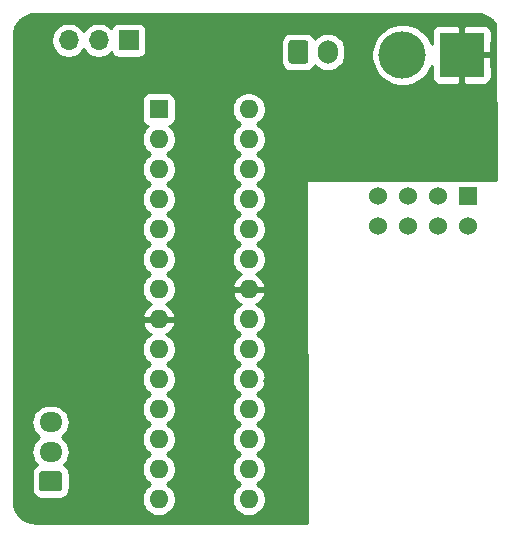
<source format=gbr>
G04 #@! TF.GenerationSoftware,KiCad,Pcbnew,5.1.6-c6e7f7d~87~ubuntu20.04.1*
G04 #@! TF.CreationDate,2020-10-16T00:20:04+02:00*
G04 #@! TF.ProjectId,soil_humidity_module,736f696c-5f68-4756-9d69-646974795f6d,rev?*
G04 #@! TF.SameCoordinates,Original*
G04 #@! TF.FileFunction,Copper,L4,Bot*
G04 #@! TF.FilePolarity,Positive*
%FSLAX46Y46*%
G04 Gerber Fmt 4.6, Leading zero omitted, Abs format (unit mm)*
G04 Created by KiCad (PCBNEW 5.1.6-c6e7f7d~87~ubuntu20.04.1) date 2020-10-16 00:20:04*
%MOMM*%
%LPD*%
G01*
G04 APERTURE LIST*
G04 #@! TA.AperFunction,ComponentPad*
%ADD10R,3.800000X3.800000*%
G04 #@! TD*
G04 #@! TA.AperFunction,ComponentPad*
%ADD11C,4.000000*%
G04 #@! TD*
G04 #@! TA.AperFunction,ComponentPad*
%ADD12O,1.950000X1.700000*%
G04 #@! TD*
G04 #@! TA.AperFunction,ComponentPad*
%ADD13O,1.700000X2.000000*%
G04 #@! TD*
G04 #@! TA.AperFunction,ComponentPad*
%ADD14R,1.700000X1.700000*%
G04 #@! TD*
G04 #@! TA.AperFunction,ComponentPad*
%ADD15O,1.700000X1.700000*%
G04 #@! TD*
G04 #@! TA.AperFunction,ComponentPad*
%ADD16C,1.524000*%
G04 #@! TD*
G04 #@! TA.AperFunction,ComponentPad*
%ADD17R,1.524000X1.524000*%
G04 #@! TD*
G04 #@! TA.AperFunction,ComponentPad*
%ADD18R,1.600000X1.600000*%
G04 #@! TD*
G04 #@! TA.AperFunction,ComponentPad*
%ADD19O,1.600000X1.600000*%
G04 #@! TD*
G04 #@! TA.AperFunction,ViaPad*
%ADD20C,0.800000*%
G04 #@! TD*
G04 #@! TA.AperFunction,Conductor*
%ADD21C,0.254000*%
G04 #@! TD*
G04 APERTURE END LIST*
D10*
X171450000Y-88595200D03*
D11*
X166450000Y-88595200D03*
D12*
X136652000Y-119714000D03*
X136652000Y-122214000D03*
G04 #@! TA.AperFunction,ComponentPad*
G36*
G01*
X137377000Y-125564000D02*
X135927000Y-125564000D01*
G75*
G02*
X135677000Y-125314000I0J250000D01*
G01*
X135677000Y-124114000D01*
G75*
G02*
X135927000Y-123864000I250000J0D01*
G01*
X137377000Y-123864000D01*
G75*
G02*
X137627000Y-124114000I0J-250000D01*
G01*
X137627000Y-125314000D01*
G75*
G02*
X137377000Y-125564000I-250000J0D01*
G01*
G37*
G04 #@! TD.AperFunction*
D13*
X160132400Y-88366600D03*
G04 #@! TA.AperFunction,ComponentPad*
G36*
G01*
X156782400Y-89116600D02*
X156782400Y-87616600D01*
G75*
G02*
X157032400Y-87366600I250000J0D01*
G01*
X158232400Y-87366600D01*
G75*
G02*
X158482400Y-87616600I0J-250000D01*
G01*
X158482400Y-89116600D01*
G75*
G02*
X158232400Y-89366600I-250000J0D01*
G01*
X157032400Y-89366600D01*
G75*
G02*
X156782400Y-89116600I0J250000D01*
G01*
G37*
G04 #@! TD.AperFunction*
D14*
X143256000Y-87376000D03*
D15*
X140716000Y-87376000D03*
X138176000Y-87376000D03*
D16*
X164338000Y-103124000D03*
X164338000Y-100584000D03*
X166878000Y-103124000D03*
X166878000Y-100584000D03*
X169418000Y-103124000D03*
X169418000Y-100584000D03*
X171958000Y-103124000D03*
D17*
X171958000Y-100584000D03*
D18*
X145796000Y-93218000D03*
D19*
X153416000Y-126238000D03*
X145796000Y-95758000D03*
X153416000Y-123698000D03*
X145796000Y-98298000D03*
X153416000Y-121158000D03*
X145796000Y-100838000D03*
X153416000Y-118618000D03*
X145796000Y-103378000D03*
X153416000Y-116078000D03*
X145796000Y-105918000D03*
X153416000Y-113538000D03*
X145796000Y-108458000D03*
X153416000Y-110998000D03*
X145796000Y-110998000D03*
X153416000Y-108458000D03*
X145796000Y-113538000D03*
X153416000Y-105918000D03*
X145796000Y-116078000D03*
X153416000Y-103378000D03*
X145796000Y-118618000D03*
X153416000Y-100838000D03*
X145796000Y-121158000D03*
X153416000Y-98298000D03*
X145796000Y-123698000D03*
X153416000Y-95758000D03*
X145796000Y-126238000D03*
X153416000Y-93218000D03*
D20*
X167538400Y-98628200D03*
X163068000Y-94005400D03*
X172237400Y-98425000D03*
X146812000Y-87630000D03*
X139700000Y-113538000D03*
X138049000Y-97155000D03*
X155067000Y-116205000D03*
X143256000Y-103886000D03*
X155194000Y-106553000D03*
X141325600Y-120243600D03*
X155981400Y-99237800D03*
D21*
G36*
X173079668Y-85178551D02*
G01*
X173425634Y-85283004D01*
X173744724Y-85452667D01*
X174024781Y-85681076D01*
X174255141Y-85959534D01*
X174261814Y-85971875D01*
X174370967Y-99056697D01*
X174371000Y-99064466D01*
X174371000Y-99204631D01*
X174356101Y-99196667D01*
X174332276Y-99189440D01*
X174307500Y-99187000D01*
X172751192Y-99187000D01*
X172720000Y-99183928D01*
X172243750Y-99187000D01*
X171672250Y-99187000D01*
X171196000Y-99183928D01*
X171164808Y-99187000D01*
X158432500Y-99187000D01*
X158407462Y-99189493D01*
X158383653Y-99196770D01*
X158361721Y-99208552D01*
X158342509Y-99224386D01*
X158326755Y-99243665D01*
X158315065Y-99265646D01*
X158307888Y-99289485D01*
X158305500Y-99314267D01*
X158366226Y-128220000D01*
X135415505Y-128220000D01*
X135022333Y-128181449D01*
X134676365Y-128076996D01*
X134357276Y-127907333D01*
X134077219Y-127678924D01*
X133846859Y-127400466D01*
X133674973Y-127082570D01*
X133568106Y-126737340D01*
X133527000Y-126346238D01*
X133527000Y-119714000D01*
X135034815Y-119714000D01*
X135063487Y-120005111D01*
X135148401Y-120285034D01*
X135286294Y-120543014D01*
X135471866Y-120769134D01*
X135697986Y-120954706D01*
X135715374Y-120964000D01*
X135697986Y-120973294D01*
X135471866Y-121158866D01*
X135286294Y-121384986D01*
X135148401Y-121642966D01*
X135063487Y-121922889D01*
X135034815Y-122214000D01*
X135063487Y-122505111D01*
X135148401Y-122785034D01*
X135286294Y-123043014D01*
X135471866Y-123269134D01*
X135535337Y-123321223D01*
X135433614Y-123375595D01*
X135299038Y-123486038D01*
X135188595Y-123620614D01*
X135106528Y-123774150D01*
X135055992Y-123940746D01*
X135038928Y-124114000D01*
X135038928Y-125314000D01*
X135055992Y-125487254D01*
X135106528Y-125653850D01*
X135188595Y-125807386D01*
X135299038Y-125941962D01*
X135433614Y-126052405D01*
X135587150Y-126134472D01*
X135753746Y-126185008D01*
X135927000Y-126202072D01*
X137377000Y-126202072D01*
X137550254Y-126185008D01*
X137716850Y-126134472D01*
X137870386Y-126052405D01*
X138004962Y-125941962D01*
X138115405Y-125807386D01*
X138197472Y-125653850D01*
X138248008Y-125487254D01*
X138265072Y-125314000D01*
X138265072Y-124114000D01*
X138248008Y-123940746D01*
X138197472Y-123774150D01*
X138115405Y-123620614D01*
X138004962Y-123486038D01*
X137870386Y-123375595D01*
X137768663Y-123321223D01*
X137832134Y-123269134D01*
X138017706Y-123043014D01*
X138155599Y-122785034D01*
X138240513Y-122505111D01*
X138269185Y-122214000D01*
X138240513Y-121922889D01*
X138155599Y-121642966D01*
X138017706Y-121384986D01*
X137832134Y-121158866D01*
X137606014Y-120973294D01*
X137588626Y-120964000D01*
X137606014Y-120954706D01*
X137832134Y-120769134D01*
X138017706Y-120543014D01*
X138155599Y-120285034D01*
X138240513Y-120005111D01*
X138269185Y-119714000D01*
X138240513Y-119422889D01*
X138155599Y-119142966D01*
X138017706Y-118884986D01*
X137832134Y-118658866D01*
X137606014Y-118473294D01*
X137348034Y-118335401D01*
X137068111Y-118250487D01*
X136849950Y-118229000D01*
X136454050Y-118229000D01*
X136235889Y-118250487D01*
X135955966Y-118335401D01*
X135697986Y-118473294D01*
X135471866Y-118658866D01*
X135286294Y-118884986D01*
X135148401Y-119142966D01*
X135063487Y-119422889D01*
X135034815Y-119714000D01*
X133527000Y-119714000D01*
X133527000Y-113396665D01*
X144361000Y-113396665D01*
X144361000Y-113679335D01*
X144416147Y-113956574D01*
X144524320Y-114217727D01*
X144681363Y-114452759D01*
X144881241Y-114652637D01*
X145113759Y-114808000D01*
X144881241Y-114963363D01*
X144681363Y-115163241D01*
X144524320Y-115398273D01*
X144416147Y-115659426D01*
X144361000Y-115936665D01*
X144361000Y-116219335D01*
X144416147Y-116496574D01*
X144524320Y-116757727D01*
X144681363Y-116992759D01*
X144881241Y-117192637D01*
X145113759Y-117348000D01*
X144881241Y-117503363D01*
X144681363Y-117703241D01*
X144524320Y-117938273D01*
X144416147Y-118199426D01*
X144361000Y-118476665D01*
X144361000Y-118759335D01*
X144416147Y-119036574D01*
X144524320Y-119297727D01*
X144681363Y-119532759D01*
X144881241Y-119732637D01*
X145113759Y-119888000D01*
X144881241Y-120043363D01*
X144681363Y-120243241D01*
X144524320Y-120478273D01*
X144416147Y-120739426D01*
X144361000Y-121016665D01*
X144361000Y-121299335D01*
X144416147Y-121576574D01*
X144524320Y-121837727D01*
X144681363Y-122072759D01*
X144881241Y-122272637D01*
X145113759Y-122428000D01*
X144881241Y-122583363D01*
X144681363Y-122783241D01*
X144524320Y-123018273D01*
X144416147Y-123279426D01*
X144361000Y-123556665D01*
X144361000Y-123839335D01*
X144416147Y-124116574D01*
X144524320Y-124377727D01*
X144681363Y-124612759D01*
X144881241Y-124812637D01*
X145113759Y-124968000D01*
X144881241Y-125123363D01*
X144681363Y-125323241D01*
X144524320Y-125558273D01*
X144416147Y-125819426D01*
X144361000Y-126096665D01*
X144361000Y-126379335D01*
X144416147Y-126656574D01*
X144524320Y-126917727D01*
X144681363Y-127152759D01*
X144881241Y-127352637D01*
X145116273Y-127509680D01*
X145377426Y-127617853D01*
X145654665Y-127673000D01*
X145937335Y-127673000D01*
X146214574Y-127617853D01*
X146475727Y-127509680D01*
X146710759Y-127352637D01*
X146910637Y-127152759D01*
X147067680Y-126917727D01*
X147175853Y-126656574D01*
X147231000Y-126379335D01*
X147231000Y-126096665D01*
X147175853Y-125819426D01*
X147067680Y-125558273D01*
X146910637Y-125323241D01*
X146710759Y-125123363D01*
X146478241Y-124968000D01*
X146710759Y-124812637D01*
X146910637Y-124612759D01*
X147067680Y-124377727D01*
X147175853Y-124116574D01*
X147231000Y-123839335D01*
X147231000Y-123556665D01*
X147175853Y-123279426D01*
X147067680Y-123018273D01*
X146910637Y-122783241D01*
X146710759Y-122583363D01*
X146478241Y-122428000D01*
X146710759Y-122272637D01*
X146910637Y-122072759D01*
X147067680Y-121837727D01*
X147175853Y-121576574D01*
X147231000Y-121299335D01*
X147231000Y-121016665D01*
X147175853Y-120739426D01*
X147067680Y-120478273D01*
X146910637Y-120243241D01*
X146710759Y-120043363D01*
X146478241Y-119888000D01*
X146710759Y-119732637D01*
X146910637Y-119532759D01*
X147067680Y-119297727D01*
X147175853Y-119036574D01*
X147231000Y-118759335D01*
X147231000Y-118476665D01*
X147175853Y-118199426D01*
X147067680Y-117938273D01*
X146910637Y-117703241D01*
X146710759Y-117503363D01*
X146478241Y-117348000D01*
X146710759Y-117192637D01*
X146910637Y-116992759D01*
X147067680Y-116757727D01*
X147175853Y-116496574D01*
X147231000Y-116219335D01*
X147231000Y-115936665D01*
X147175853Y-115659426D01*
X147067680Y-115398273D01*
X146910637Y-115163241D01*
X146710759Y-114963363D01*
X146478241Y-114808000D01*
X146710759Y-114652637D01*
X146910637Y-114452759D01*
X147067680Y-114217727D01*
X147175853Y-113956574D01*
X147231000Y-113679335D01*
X147231000Y-113396665D01*
X147175853Y-113119426D01*
X147067680Y-112858273D01*
X146910637Y-112623241D01*
X146710759Y-112423363D01*
X146475727Y-112266320D01*
X146465135Y-112261933D01*
X146651131Y-112150385D01*
X146859519Y-111961414D01*
X147027037Y-111735420D01*
X147147246Y-111481087D01*
X147187904Y-111347039D01*
X147065915Y-111125000D01*
X145923000Y-111125000D01*
X145923000Y-111145000D01*
X145669000Y-111145000D01*
X145669000Y-111125000D01*
X144526085Y-111125000D01*
X144404096Y-111347039D01*
X144444754Y-111481087D01*
X144564963Y-111735420D01*
X144732481Y-111961414D01*
X144940869Y-112150385D01*
X145126865Y-112261933D01*
X145116273Y-112266320D01*
X144881241Y-112423363D01*
X144681363Y-112623241D01*
X144524320Y-112858273D01*
X144416147Y-113119426D01*
X144361000Y-113396665D01*
X133527000Y-113396665D01*
X133527000Y-92418000D01*
X144357928Y-92418000D01*
X144357928Y-94018000D01*
X144370188Y-94142482D01*
X144406498Y-94262180D01*
X144465463Y-94372494D01*
X144544815Y-94469185D01*
X144641506Y-94548537D01*
X144751820Y-94607502D01*
X144871518Y-94643812D01*
X144879961Y-94644643D01*
X144681363Y-94843241D01*
X144524320Y-95078273D01*
X144416147Y-95339426D01*
X144361000Y-95616665D01*
X144361000Y-95899335D01*
X144416147Y-96176574D01*
X144524320Y-96437727D01*
X144681363Y-96672759D01*
X144881241Y-96872637D01*
X145113759Y-97028000D01*
X144881241Y-97183363D01*
X144681363Y-97383241D01*
X144524320Y-97618273D01*
X144416147Y-97879426D01*
X144361000Y-98156665D01*
X144361000Y-98439335D01*
X144416147Y-98716574D01*
X144524320Y-98977727D01*
X144681363Y-99212759D01*
X144881241Y-99412637D01*
X145113759Y-99568000D01*
X144881241Y-99723363D01*
X144681363Y-99923241D01*
X144524320Y-100158273D01*
X144416147Y-100419426D01*
X144361000Y-100696665D01*
X144361000Y-100979335D01*
X144416147Y-101256574D01*
X144524320Y-101517727D01*
X144681363Y-101752759D01*
X144881241Y-101952637D01*
X145113759Y-102108000D01*
X144881241Y-102263363D01*
X144681363Y-102463241D01*
X144524320Y-102698273D01*
X144416147Y-102959426D01*
X144361000Y-103236665D01*
X144361000Y-103519335D01*
X144416147Y-103796574D01*
X144524320Y-104057727D01*
X144681363Y-104292759D01*
X144881241Y-104492637D01*
X145113759Y-104648000D01*
X144881241Y-104803363D01*
X144681363Y-105003241D01*
X144524320Y-105238273D01*
X144416147Y-105499426D01*
X144361000Y-105776665D01*
X144361000Y-106059335D01*
X144416147Y-106336574D01*
X144524320Y-106597727D01*
X144681363Y-106832759D01*
X144881241Y-107032637D01*
X145113759Y-107188000D01*
X144881241Y-107343363D01*
X144681363Y-107543241D01*
X144524320Y-107778273D01*
X144416147Y-108039426D01*
X144361000Y-108316665D01*
X144361000Y-108599335D01*
X144416147Y-108876574D01*
X144524320Y-109137727D01*
X144681363Y-109372759D01*
X144881241Y-109572637D01*
X145116273Y-109729680D01*
X145126865Y-109734067D01*
X144940869Y-109845615D01*
X144732481Y-110034586D01*
X144564963Y-110260580D01*
X144444754Y-110514913D01*
X144404096Y-110648961D01*
X144526085Y-110871000D01*
X145669000Y-110871000D01*
X145669000Y-110851000D01*
X145923000Y-110851000D01*
X145923000Y-110871000D01*
X147065915Y-110871000D01*
X147073790Y-110856665D01*
X151981000Y-110856665D01*
X151981000Y-111139335D01*
X152036147Y-111416574D01*
X152144320Y-111677727D01*
X152301363Y-111912759D01*
X152501241Y-112112637D01*
X152733759Y-112268000D01*
X152501241Y-112423363D01*
X152301363Y-112623241D01*
X152144320Y-112858273D01*
X152036147Y-113119426D01*
X151981000Y-113396665D01*
X151981000Y-113679335D01*
X152036147Y-113956574D01*
X152144320Y-114217727D01*
X152301363Y-114452759D01*
X152501241Y-114652637D01*
X152733759Y-114808000D01*
X152501241Y-114963363D01*
X152301363Y-115163241D01*
X152144320Y-115398273D01*
X152036147Y-115659426D01*
X151981000Y-115936665D01*
X151981000Y-116219335D01*
X152036147Y-116496574D01*
X152144320Y-116757727D01*
X152301363Y-116992759D01*
X152501241Y-117192637D01*
X152733759Y-117348000D01*
X152501241Y-117503363D01*
X152301363Y-117703241D01*
X152144320Y-117938273D01*
X152036147Y-118199426D01*
X151981000Y-118476665D01*
X151981000Y-118759335D01*
X152036147Y-119036574D01*
X152144320Y-119297727D01*
X152301363Y-119532759D01*
X152501241Y-119732637D01*
X152733759Y-119888000D01*
X152501241Y-120043363D01*
X152301363Y-120243241D01*
X152144320Y-120478273D01*
X152036147Y-120739426D01*
X151981000Y-121016665D01*
X151981000Y-121299335D01*
X152036147Y-121576574D01*
X152144320Y-121837727D01*
X152301363Y-122072759D01*
X152501241Y-122272637D01*
X152733759Y-122428000D01*
X152501241Y-122583363D01*
X152301363Y-122783241D01*
X152144320Y-123018273D01*
X152036147Y-123279426D01*
X151981000Y-123556665D01*
X151981000Y-123839335D01*
X152036147Y-124116574D01*
X152144320Y-124377727D01*
X152301363Y-124612759D01*
X152501241Y-124812637D01*
X152733759Y-124968000D01*
X152501241Y-125123363D01*
X152301363Y-125323241D01*
X152144320Y-125558273D01*
X152036147Y-125819426D01*
X151981000Y-126096665D01*
X151981000Y-126379335D01*
X152036147Y-126656574D01*
X152144320Y-126917727D01*
X152301363Y-127152759D01*
X152501241Y-127352637D01*
X152736273Y-127509680D01*
X152997426Y-127617853D01*
X153274665Y-127673000D01*
X153557335Y-127673000D01*
X153834574Y-127617853D01*
X154095727Y-127509680D01*
X154330759Y-127352637D01*
X154530637Y-127152759D01*
X154687680Y-126917727D01*
X154795853Y-126656574D01*
X154851000Y-126379335D01*
X154851000Y-126096665D01*
X154795853Y-125819426D01*
X154687680Y-125558273D01*
X154530637Y-125323241D01*
X154330759Y-125123363D01*
X154098241Y-124968000D01*
X154330759Y-124812637D01*
X154530637Y-124612759D01*
X154687680Y-124377727D01*
X154795853Y-124116574D01*
X154851000Y-123839335D01*
X154851000Y-123556665D01*
X154795853Y-123279426D01*
X154687680Y-123018273D01*
X154530637Y-122783241D01*
X154330759Y-122583363D01*
X154098241Y-122428000D01*
X154330759Y-122272637D01*
X154530637Y-122072759D01*
X154687680Y-121837727D01*
X154795853Y-121576574D01*
X154851000Y-121299335D01*
X154851000Y-121016665D01*
X154795853Y-120739426D01*
X154687680Y-120478273D01*
X154530637Y-120243241D01*
X154330759Y-120043363D01*
X154098241Y-119888000D01*
X154330759Y-119732637D01*
X154530637Y-119532759D01*
X154687680Y-119297727D01*
X154795853Y-119036574D01*
X154851000Y-118759335D01*
X154851000Y-118476665D01*
X154795853Y-118199426D01*
X154687680Y-117938273D01*
X154530637Y-117703241D01*
X154330759Y-117503363D01*
X154098241Y-117348000D01*
X154330759Y-117192637D01*
X154530637Y-116992759D01*
X154687680Y-116757727D01*
X154795853Y-116496574D01*
X154851000Y-116219335D01*
X154851000Y-115936665D01*
X154795853Y-115659426D01*
X154687680Y-115398273D01*
X154530637Y-115163241D01*
X154330759Y-114963363D01*
X154098241Y-114808000D01*
X154330759Y-114652637D01*
X154530637Y-114452759D01*
X154687680Y-114217727D01*
X154795853Y-113956574D01*
X154851000Y-113679335D01*
X154851000Y-113396665D01*
X154795853Y-113119426D01*
X154687680Y-112858273D01*
X154530637Y-112623241D01*
X154330759Y-112423363D01*
X154098241Y-112268000D01*
X154330759Y-112112637D01*
X154530637Y-111912759D01*
X154687680Y-111677727D01*
X154795853Y-111416574D01*
X154851000Y-111139335D01*
X154851000Y-110856665D01*
X154795853Y-110579426D01*
X154687680Y-110318273D01*
X154530637Y-110083241D01*
X154330759Y-109883363D01*
X154095727Y-109726320D01*
X154085135Y-109721933D01*
X154271131Y-109610385D01*
X154479519Y-109421414D01*
X154647037Y-109195420D01*
X154767246Y-108941087D01*
X154807904Y-108807039D01*
X154685915Y-108585000D01*
X153543000Y-108585000D01*
X153543000Y-108605000D01*
X153289000Y-108605000D01*
X153289000Y-108585000D01*
X152146085Y-108585000D01*
X152024096Y-108807039D01*
X152064754Y-108941087D01*
X152184963Y-109195420D01*
X152352481Y-109421414D01*
X152560869Y-109610385D01*
X152746865Y-109721933D01*
X152736273Y-109726320D01*
X152501241Y-109883363D01*
X152301363Y-110083241D01*
X152144320Y-110318273D01*
X152036147Y-110579426D01*
X151981000Y-110856665D01*
X147073790Y-110856665D01*
X147187904Y-110648961D01*
X147147246Y-110514913D01*
X147027037Y-110260580D01*
X146859519Y-110034586D01*
X146651131Y-109845615D01*
X146465135Y-109734067D01*
X146475727Y-109729680D01*
X146710759Y-109572637D01*
X146910637Y-109372759D01*
X147067680Y-109137727D01*
X147175853Y-108876574D01*
X147231000Y-108599335D01*
X147231000Y-108316665D01*
X147175853Y-108039426D01*
X147067680Y-107778273D01*
X146910637Y-107543241D01*
X146710759Y-107343363D01*
X146478241Y-107188000D01*
X146710759Y-107032637D01*
X146910637Y-106832759D01*
X147067680Y-106597727D01*
X147175853Y-106336574D01*
X147231000Y-106059335D01*
X147231000Y-105776665D01*
X147175853Y-105499426D01*
X147067680Y-105238273D01*
X146910637Y-105003241D01*
X146710759Y-104803363D01*
X146478241Y-104648000D01*
X146710759Y-104492637D01*
X146910637Y-104292759D01*
X147067680Y-104057727D01*
X147175853Y-103796574D01*
X147231000Y-103519335D01*
X147231000Y-103236665D01*
X147175853Y-102959426D01*
X147067680Y-102698273D01*
X146910637Y-102463241D01*
X146710759Y-102263363D01*
X146478241Y-102108000D01*
X146710759Y-101952637D01*
X146910637Y-101752759D01*
X147067680Y-101517727D01*
X147175853Y-101256574D01*
X147231000Y-100979335D01*
X147231000Y-100696665D01*
X147175853Y-100419426D01*
X147067680Y-100158273D01*
X146910637Y-99923241D01*
X146710759Y-99723363D01*
X146478241Y-99568000D01*
X146710759Y-99412637D01*
X146910637Y-99212759D01*
X147067680Y-98977727D01*
X147175853Y-98716574D01*
X147231000Y-98439335D01*
X147231000Y-98156665D01*
X147175853Y-97879426D01*
X147067680Y-97618273D01*
X146910637Y-97383241D01*
X146710759Y-97183363D01*
X146478241Y-97028000D01*
X146710759Y-96872637D01*
X146910637Y-96672759D01*
X147067680Y-96437727D01*
X147175853Y-96176574D01*
X147231000Y-95899335D01*
X147231000Y-95616665D01*
X147175853Y-95339426D01*
X147067680Y-95078273D01*
X146910637Y-94843241D01*
X146712039Y-94644643D01*
X146720482Y-94643812D01*
X146840180Y-94607502D01*
X146950494Y-94548537D01*
X147047185Y-94469185D01*
X147126537Y-94372494D01*
X147185502Y-94262180D01*
X147221812Y-94142482D01*
X147234072Y-94018000D01*
X147234072Y-93076665D01*
X151981000Y-93076665D01*
X151981000Y-93359335D01*
X152036147Y-93636574D01*
X152144320Y-93897727D01*
X152301363Y-94132759D01*
X152501241Y-94332637D01*
X152733759Y-94488000D01*
X152501241Y-94643363D01*
X152301363Y-94843241D01*
X152144320Y-95078273D01*
X152036147Y-95339426D01*
X151981000Y-95616665D01*
X151981000Y-95899335D01*
X152036147Y-96176574D01*
X152144320Y-96437727D01*
X152301363Y-96672759D01*
X152501241Y-96872637D01*
X152733759Y-97028000D01*
X152501241Y-97183363D01*
X152301363Y-97383241D01*
X152144320Y-97618273D01*
X152036147Y-97879426D01*
X151981000Y-98156665D01*
X151981000Y-98439335D01*
X152036147Y-98716574D01*
X152144320Y-98977727D01*
X152301363Y-99212759D01*
X152501241Y-99412637D01*
X152733759Y-99568000D01*
X152501241Y-99723363D01*
X152301363Y-99923241D01*
X152144320Y-100158273D01*
X152036147Y-100419426D01*
X151981000Y-100696665D01*
X151981000Y-100979335D01*
X152036147Y-101256574D01*
X152144320Y-101517727D01*
X152301363Y-101752759D01*
X152501241Y-101952637D01*
X152733759Y-102108000D01*
X152501241Y-102263363D01*
X152301363Y-102463241D01*
X152144320Y-102698273D01*
X152036147Y-102959426D01*
X151981000Y-103236665D01*
X151981000Y-103519335D01*
X152036147Y-103796574D01*
X152144320Y-104057727D01*
X152301363Y-104292759D01*
X152501241Y-104492637D01*
X152733759Y-104648000D01*
X152501241Y-104803363D01*
X152301363Y-105003241D01*
X152144320Y-105238273D01*
X152036147Y-105499426D01*
X151981000Y-105776665D01*
X151981000Y-106059335D01*
X152036147Y-106336574D01*
X152144320Y-106597727D01*
X152301363Y-106832759D01*
X152501241Y-107032637D01*
X152736273Y-107189680D01*
X152746865Y-107194067D01*
X152560869Y-107305615D01*
X152352481Y-107494586D01*
X152184963Y-107720580D01*
X152064754Y-107974913D01*
X152024096Y-108108961D01*
X152146085Y-108331000D01*
X153289000Y-108331000D01*
X153289000Y-108311000D01*
X153543000Y-108311000D01*
X153543000Y-108331000D01*
X154685915Y-108331000D01*
X154807904Y-108108961D01*
X154767246Y-107974913D01*
X154647037Y-107720580D01*
X154479519Y-107494586D01*
X154271131Y-107305615D01*
X154085135Y-107194067D01*
X154095727Y-107189680D01*
X154330759Y-107032637D01*
X154530637Y-106832759D01*
X154687680Y-106597727D01*
X154795853Y-106336574D01*
X154851000Y-106059335D01*
X154851000Y-105776665D01*
X154795853Y-105499426D01*
X154687680Y-105238273D01*
X154530637Y-105003241D01*
X154330759Y-104803363D01*
X154098241Y-104648000D01*
X154330759Y-104492637D01*
X154530637Y-104292759D01*
X154687680Y-104057727D01*
X154795853Y-103796574D01*
X154851000Y-103519335D01*
X154851000Y-103236665D01*
X154795853Y-102959426D01*
X154687680Y-102698273D01*
X154530637Y-102463241D01*
X154330759Y-102263363D01*
X154098241Y-102108000D01*
X154330759Y-101952637D01*
X154530637Y-101752759D01*
X154687680Y-101517727D01*
X154795853Y-101256574D01*
X154851000Y-100979335D01*
X154851000Y-100696665D01*
X154795853Y-100419426D01*
X154687680Y-100158273D01*
X154530637Y-99923241D01*
X154330759Y-99723363D01*
X154098241Y-99568000D01*
X154330759Y-99412637D01*
X154530637Y-99212759D01*
X154687680Y-98977727D01*
X154795853Y-98716574D01*
X154851000Y-98439335D01*
X154851000Y-98156665D01*
X154795853Y-97879426D01*
X154687680Y-97618273D01*
X154530637Y-97383241D01*
X154330759Y-97183363D01*
X154098241Y-97028000D01*
X154330759Y-96872637D01*
X154530637Y-96672759D01*
X154687680Y-96437727D01*
X154795853Y-96176574D01*
X154851000Y-95899335D01*
X154851000Y-95616665D01*
X154795853Y-95339426D01*
X154687680Y-95078273D01*
X154530637Y-94843241D01*
X154330759Y-94643363D01*
X154098241Y-94488000D01*
X154330759Y-94332637D01*
X154530637Y-94132759D01*
X154687680Y-93897727D01*
X154795853Y-93636574D01*
X154851000Y-93359335D01*
X154851000Y-93076665D01*
X154795853Y-92799426D01*
X154687680Y-92538273D01*
X154530637Y-92303241D01*
X154330759Y-92103363D01*
X154095727Y-91946320D01*
X153834574Y-91838147D01*
X153557335Y-91783000D01*
X153274665Y-91783000D01*
X152997426Y-91838147D01*
X152736273Y-91946320D01*
X152501241Y-92103363D01*
X152301363Y-92303241D01*
X152144320Y-92538273D01*
X152036147Y-92799426D01*
X151981000Y-93076665D01*
X147234072Y-93076665D01*
X147234072Y-92418000D01*
X147221812Y-92293518D01*
X147185502Y-92173820D01*
X147126537Y-92063506D01*
X147047185Y-91966815D01*
X146950494Y-91887463D01*
X146840180Y-91828498D01*
X146720482Y-91792188D01*
X146596000Y-91779928D01*
X144996000Y-91779928D01*
X144871518Y-91792188D01*
X144751820Y-91828498D01*
X144641506Y-91887463D01*
X144544815Y-91966815D01*
X144465463Y-92063506D01*
X144406498Y-92173820D01*
X144370188Y-92293518D01*
X144357928Y-92418000D01*
X133527000Y-92418000D01*
X133527000Y-87229740D01*
X136691000Y-87229740D01*
X136691000Y-87522260D01*
X136748068Y-87809158D01*
X136860010Y-88079411D01*
X137022525Y-88322632D01*
X137229368Y-88529475D01*
X137472589Y-88691990D01*
X137742842Y-88803932D01*
X138029740Y-88861000D01*
X138322260Y-88861000D01*
X138609158Y-88803932D01*
X138879411Y-88691990D01*
X139122632Y-88529475D01*
X139329475Y-88322632D01*
X139446000Y-88148240D01*
X139562525Y-88322632D01*
X139769368Y-88529475D01*
X140012589Y-88691990D01*
X140282842Y-88803932D01*
X140569740Y-88861000D01*
X140862260Y-88861000D01*
X141149158Y-88803932D01*
X141419411Y-88691990D01*
X141662632Y-88529475D01*
X141794487Y-88397620D01*
X141816498Y-88470180D01*
X141875463Y-88580494D01*
X141954815Y-88677185D01*
X142051506Y-88756537D01*
X142161820Y-88815502D01*
X142281518Y-88851812D01*
X142406000Y-88864072D01*
X144106000Y-88864072D01*
X144230482Y-88851812D01*
X144350180Y-88815502D01*
X144460494Y-88756537D01*
X144557185Y-88677185D01*
X144636537Y-88580494D01*
X144695502Y-88470180D01*
X144731812Y-88350482D01*
X144744072Y-88226000D01*
X144744072Y-87616600D01*
X156144328Y-87616600D01*
X156144328Y-89116600D01*
X156161392Y-89289854D01*
X156211928Y-89456450D01*
X156293995Y-89609986D01*
X156404438Y-89744562D01*
X156539014Y-89855005D01*
X156692550Y-89937072D01*
X156859146Y-89987608D01*
X157032400Y-90004672D01*
X158232400Y-90004672D01*
X158405654Y-89987608D01*
X158572250Y-89937072D01*
X158725786Y-89855005D01*
X158860362Y-89744562D01*
X158970805Y-89609986D01*
X159025177Y-89508263D01*
X159077266Y-89571734D01*
X159303387Y-89757306D01*
X159561367Y-89895199D01*
X159841290Y-89980113D01*
X160132400Y-90008785D01*
X160423511Y-89980113D01*
X160703434Y-89895199D01*
X160961414Y-89757306D01*
X161187534Y-89571734D01*
X161373106Y-89345614D01*
X161510999Y-89087633D01*
X161595913Y-88807710D01*
X161617400Y-88589549D01*
X161617400Y-88335675D01*
X163815000Y-88335675D01*
X163815000Y-88854725D01*
X163916261Y-89363801D01*
X164114893Y-89843341D01*
X164403262Y-90274915D01*
X164770285Y-90641938D01*
X165201859Y-90930307D01*
X165681399Y-91128939D01*
X166190475Y-91230200D01*
X166709525Y-91230200D01*
X167218601Y-91128939D01*
X167698141Y-90930307D01*
X168129715Y-90641938D01*
X168496738Y-90274915D01*
X168785107Y-89843341D01*
X168913760Y-89532746D01*
X168911928Y-90495200D01*
X168924188Y-90619682D01*
X168960498Y-90739380D01*
X169019463Y-90849694D01*
X169098815Y-90946385D01*
X169195506Y-91025737D01*
X169305820Y-91084702D01*
X169425518Y-91121012D01*
X169550000Y-91133272D01*
X171164250Y-91130200D01*
X171323000Y-90971450D01*
X171323000Y-88722200D01*
X171577000Y-88722200D01*
X171577000Y-90971450D01*
X171735750Y-91130200D01*
X173350000Y-91133272D01*
X173474482Y-91121012D01*
X173594180Y-91084702D01*
X173704494Y-91025737D01*
X173801185Y-90946385D01*
X173880537Y-90849694D01*
X173939502Y-90739380D01*
X173975812Y-90619682D01*
X173988072Y-90495200D01*
X173985000Y-88880950D01*
X173826250Y-88722200D01*
X171577000Y-88722200D01*
X171323000Y-88722200D01*
X171303000Y-88722200D01*
X171303000Y-88468200D01*
X171323000Y-88468200D01*
X171323000Y-86218950D01*
X171577000Y-86218950D01*
X171577000Y-88468200D01*
X173826250Y-88468200D01*
X173985000Y-88309450D01*
X173988072Y-86695200D01*
X173975812Y-86570718D01*
X173939502Y-86451020D01*
X173880537Y-86340706D01*
X173801185Y-86244015D01*
X173704494Y-86164663D01*
X173594180Y-86105698D01*
X173474482Y-86069388D01*
X173350000Y-86057128D01*
X171735750Y-86060200D01*
X171577000Y-86218950D01*
X171323000Y-86218950D01*
X171164250Y-86060200D01*
X169550000Y-86057128D01*
X169425518Y-86069388D01*
X169305820Y-86105698D01*
X169195506Y-86164663D01*
X169098815Y-86244015D01*
X169019463Y-86340706D01*
X168960498Y-86451020D01*
X168924188Y-86570718D01*
X168911928Y-86695200D01*
X168913760Y-87657654D01*
X168785107Y-87347059D01*
X168496738Y-86915485D01*
X168129715Y-86548462D01*
X167698141Y-86260093D01*
X167218601Y-86061461D01*
X166709525Y-85960200D01*
X166190475Y-85960200D01*
X165681399Y-86061461D01*
X165201859Y-86260093D01*
X164770285Y-86548462D01*
X164403262Y-86915485D01*
X164114893Y-87347059D01*
X163916261Y-87826599D01*
X163815000Y-88335675D01*
X161617400Y-88335675D01*
X161617400Y-88143650D01*
X161595913Y-87925489D01*
X161510999Y-87645566D01*
X161373106Y-87387586D01*
X161187534Y-87161466D01*
X160961413Y-86975894D01*
X160703433Y-86838001D01*
X160423510Y-86753087D01*
X160132400Y-86724415D01*
X159841289Y-86753087D01*
X159561366Y-86838001D01*
X159303386Y-86975894D01*
X159077266Y-87161466D01*
X159025177Y-87224937D01*
X158970805Y-87123214D01*
X158860362Y-86988638D01*
X158725786Y-86878195D01*
X158572250Y-86796128D01*
X158405654Y-86745592D01*
X158232400Y-86728528D01*
X157032400Y-86728528D01*
X156859146Y-86745592D01*
X156692550Y-86796128D01*
X156539014Y-86878195D01*
X156404438Y-86988638D01*
X156293995Y-87123214D01*
X156211928Y-87276750D01*
X156161392Y-87443346D01*
X156144328Y-87616600D01*
X144744072Y-87616600D01*
X144744072Y-86526000D01*
X144731812Y-86401518D01*
X144695502Y-86281820D01*
X144636537Y-86171506D01*
X144557185Y-86074815D01*
X144460494Y-85995463D01*
X144350180Y-85936498D01*
X144230482Y-85900188D01*
X144106000Y-85887928D01*
X142406000Y-85887928D01*
X142281518Y-85900188D01*
X142161820Y-85936498D01*
X142051506Y-85995463D01*
X141954815Y-86074815D01*
X141875463Y-86171506D01*
X141816498Y-86281820D01*
X141794487Y-86354380D01*
X141662632Y-86222525D01*
X141419411Y-86060010D01*
X141149158Y-85948068D01*
X140862260Y-85891000D01*
X140569740Y-85891000D01*
X140282842Y-85948068D01*
X140012589Y-86060010D01*
X139769368Y-86222525D01*
X139562525Y-86429368D01*
X139446000Y-86603760D01*
X139329475Y-86429368D01*
X139122632Y-86222525D01*
X138879411Y-86060010D01*
X138609158Y-85948068D01*
X138322260Y-85891000D01*
X138029740Y-85891000D01*
X137742842Y-85948068D01*
X137472589Y-86060010D01*
X137229368Y-86222525D01*
X137022525Y-86429368D01*
X136860010Y-86672589D01*
X136748068Y-86942842D01*
X136691000Y-87229740D01*
X133527000Y-87229740D01*
X133527000Y-87028504D01*
X133565551Y-86635332D01*
X133670004Y-86289366D01*
X133839667Y-85970276D01*
X134068076Y-85690219D01*
X134346534Y-85459859D01*
X134664430Y-85287973D01*
X135009658Y-85181107D01*
X135400753Y-85140000D01*
X172686496Y-85140000D01*
X173079668Y-85178551D01*
G37*
X173079668Y-85178551D02*
X173425634Y-85283004D01*
X173744724Y-85452667D01*
X174024781Y-85681076D01*
X174255141Y-85959534D01*
X174261814Y-85971875D01*
X174370967Y-99056697D01*
X174371000Y-99064466D01*
X174371000Y-99204631D01*
X174356101Y-99196667D01*
X174332276Y-99189440D01*
X174307500Y-99187000D01*
X172751192Y-99187000D01*
X172720000Y-99183928D01*
X172243750Y-99187000D01*
X171672250Y-99187000D01*
X171196000Y-99183928D01*
X171164808Y-99187000D01*
X158432500Y-99187000D01*
X158407462Y-99189493D01*
X158383653Y-99196770D01*
X158361721Y-99208552D01*
X158342509Y-99224386D01*
X158326755Y-99243665D01*
X158315065Y-99265646D01*
X158307888Y-99289485D01*
X158305500Y-99314267D01*
X158366226Y-128220000D01*
X135415505Y-128220000D01*
X135022333Y-128181449D01*
X134676365Y-128076996D01*
X134357276Y-127907333D01*
X134077219Y-127678924D01*
X133846859Y-127400466D01*
X133674973Y-127082570D01*
X133568106Y-126737340D01*
X133527000Y-126346238D01*
X133527000Y-119714000D01*
X135034815Y-119714000D01*
X135063487Y-120005111D01*
X135148401Y-120285034D01*
X135286294Y-120543014D01*
X135471866Y-120769134D01*
X135697986Y-120954706D01*
X135715374Y-120964000D01*
X135697986Y-120973294D01*
X135471866Y-121158866D01*
X135286294Y-121384986D01*
X135148401Y-121642966D01*
X135063487Y-121922889D01*
X135034815Y-122214000D01*
X135063487Y-122505111D01*
X135148401Y-122785034D01*
X135286294Y-123043014D01*
X135471866Y-123269134D01*
X135535337Y-123321223D01*
X135433614Y-123375595D01*
X135299038Y-123486038D01*
X135188595Y-123620614D01*
X135106528Y-123774150D01*
X135055992Y-123940746D01*
X135038928Y-124114000D01*
X135038928Y-125314000D01*
X135055992Y-125487254D01*
X135106528Y-125653850D01*
X135188595Y-125807386D01*
X135299038Y-125941962D01*
X135433614Y-126052405D01*
X135587150Y-126134472D01*
X135753746Y-126185008D01*
X135927000Y-126202072D01*
X137377000Y-126202072D01*
X137550254Y-126185008D01*
X137716850Y-126134472D01*
X137870386Y-126052405D01*
X138004962Y-125941962D01*
X138115405Y-125807386D01*
X138197472Y-125653850D01*
X138248008Y-125487254D01*
X138265072Y-125314000D01*
X138265072Y-124114000D01*
X138248008Y-123940746D01*
X138197472Y-123774150D01*
X138115405Y-123620614D01*
X138004962Y-123486038D01*
X137870386Y-123375595D01*
X137768663Y-123321223D01*
X137832134Y-123269134D01*
X138017706Y-123043014D01*
X138155599Y-122785034D01*
X138240513Y-122505111D01*
X138269185Y-122214000D01*
X138240513Y-121922889D01*
X138155599Y-121642966D01*
X138017706Y-121384986D01*
X137832134Y-121158866D01*
X137606014Y-120973294D01*
X137588626Y-120964000D01*
X137606014Y-120954706D01*
X137832134Y-120769134D01*
X138017706Y-120543014D01*
X138155599Y-120285034D01*
X138240513Y-120005111D01*
X138269185Y-119714000D01*
X138240513Y-119422889D01*
X138155599Y-119142966D01*
X138017706Y-118884986D01*
X137832134Y-118658866D01*
X137606014Y-118473294D01*
X137348034Y-118335401D01*
X137068111Y-118250487D01*
X136849950Y-118229000D01*
X136454050Y-118229000D01*
X136235889Y-118250487D01*
X135955966Y-118335401D01*
X135697986Y-118473294D01*
X135471866Y-118658866D01*
X135286294Y-118884986D01*
X135148401Y-119142966D01*
X135063487Y-119422889D01*
X135034815Y-119714000D01*
X133527000Y-119714000D01*
X133527000Y-113396665D01*
X144361000Y-113396665D01*
X144361000Y-113679335D01*
X144416147Y-113956574D01*
X144524320Y-114217727D01*
X144681363Y-114452759D01*
X144881241Y-114652637D01*
X145113759Y-114808000D01*
X144881241Y-114963363D01*
X144681363Y-115163241D01*
X144524320Y-115398273D01*
X144416147Y-115659426D01*
X144361000Y-115936665D01*
X144361000Y-116219335D01*
X144416147Y-116496574D01*
X144524320Y-116757727D01*
X144681363Y-116992759D01*
X144881241Y-117192637D01*
X145113759Y-117348000D01*
X144881241Y-117503363D01*
X144681363Y-117703241D01*
X144524320Y-117938273D01*
X144416147Y-118199426D01*
X144361000Y-118476665D01*
X144361000Y-118759335D01*
X144416147Y-119036574D01*
X144524320Y-119297727D01*
X144681363Y-119532759D01*
X144881241Y-119732637D01*
X145113759Y-119888000D01*
X144881241Y-120043363D01*
X144681363Y-120243241D01*
X144524320Y-120478273D01*
X144416147Y-120739426D01*
X144361000Y-121016665D01*
X144361000Y-121299335D01*
X144416147Y-121576574D01*
X144524320Y-121837727D01*
X144681363Y-122072759D01*
X144881241Y-122272637D01*
X145113759Y-122428000D01*
X144881241Y-122583363D01*
X144681363Y-122783241D01*
X144524320Y-123018273D01*
X144416147Y-123279426D01*
X144361000Y-123556665D01*
X144361000Y-123839335D01*
X144416147Y-124116574D01*
X144524320Y-124377727D01*
X144681363Y-124612759D01*
X144881241Y-124812637D01*
X145113759Y-124968000D01*
X144881241Y-125123363D01*
X144681363Y-125323241D01*
X144524320Y-125558273D01*
X144416147Y-125819426D01*
X144361000Y-126096665D01*
X144361000Y-126379335D01*
X144416147Y-126656574D01*
X144524320Y-126917727D01*
X144681363Y-127152759D01*
X144881241Y-127352637D01*
X145116273Y-127509680D01*
X145377426Y-127617853D01*
X145654665Y-127673000D01*
X145937335Y-127673000D01*
X146214574Y-127617853D01*
X146475727Y-127509680D01*
X146710759Y-127352637D01*
X146910637Y-127152759D01*
X147067680Y-126917727D01*
X147175853Y-126656574D01*
X147231000Y-126379335D01*
X147231000Y-126096665D01*
X147175853Y-125819426D01*
X147067680Y-125558273D01*
X146910637Y-125323241D01*
X146710759Y-125123363D01*
X146478241Y-124968000D01*
X146710759Y-124812637D01*
X146910637Y-124612759D01*
X147067680Y-124377727D01*
X147175853Y-124116574D01*
X147231000Y-123839335D01*
X147231000Y-123556665D01*
X147175853Y-123279426D01*
X147067680Y-123018273D01*
X146910637Y-122783241D01*
X146710759Y-122583363D01*
X146478241Y-122428000D01*
X146710759Y-122272637D01*
X146910637Y-122072759D01*
X147067680Y-121837727D01*
X147175853Y-121576574D01*
X147231000Y-121299335D01*
X147231000Y-121016665D01*
X147175853Y-120739426D01*
X147067680Y-120478273D01*
X146910637Y-120243241D01*
X146710759Y-120043363D01*
X146478241Y-119888000D01*
X146710759Y-119732637D01*
X146910637Y-119532759D01*
X147067680Y-119297727D01*
X147175853Y-119036574D01*
X147231000Y-118759335D01*
X147231000Y-118476665D01*
X147175853Y-118199426D01*
X147067680Y-117938273D01*
X146910637Y-117703241D01*
X146710759Y-117503363D01*
X146478241Y-117348000D01*
X146710759Y-117192637D01*
X146910637Y-116992759D01*
X147067680Y-116757727D01*
X147175853Y-116496574D01*
X147231000Y-116219335D01*
X147231000Y-115936665D01*
X147175853Y-115659426D01*
X147067680Y-115398273D01*
X146910637Y-115163241D01*
X146710759Y-114963363D01*
X146478241Y-114808000D01*
X146710759Y-114652637D01*
X146910637Y-114452759D01*
X147067680Y-114217727D01*
X147175853Y-113956574D01*
X147231000Y-113679335D01*
X147231000Y-113396665D01*
X147175853Y-113119426D01*
X147067680Y-112858273D01*
X146910637Y-112623241D01*
X146710759Y-112423363D01*
X146475727Y-112266320D01*
X146465135Y-112261933D01*
X146651131Y-112150385D01*
X146859519Y-111961414D01*
X147027037Y-111735420D01*
X147147246Y-111481087D01*
X147187904Y-111347039D01*
X147065915Y-111125000D01*
X145923000Y-111125000D01*
X145923000Y-111145000D01*
X145669000Y-111145000D01*
X145669000Y-111125000D01*
X144526085Y-111125000D01*
X144404096Y-111347039D01*
X144444754Y-111481087D01*
X144564963Y-111735420D01*
X144732481Y-111961414D01*
X144940869Y-112150385D01*
X145126865Y-112261933D01*
X145116273Y-112266320D01*
X144881241Y-112423363D01*
X144681363Y-112623241D01*
X144524320Y-112858273D01*
X144416147Y-113119426D01*
X144361000Y-113396665D01*
X133527000Y-113396665D01*
X133527000Y-92418000D01*
X144357928Y-92418000D01*
X144357928Y-94018000D01*
X144370188Y-94142482D01*
X144406498Y-94262180D01*
X144465463Y-94372494D01*
X144544815Y-94469185D01*
X144641506Y-94548537D01*
X144751820Y-94607502D01*
X144871518Y-94643812D01*
X144879961Y-94644643D01*
X144681363Y-94843241D01*
X144524320Y-95078273D01*
X144416147Y-95339426D01*
X144361000Y-95616665D01*
X144361000Y-95899335D01*
X144416147Y-96176574D01*
X144524320Y-96437727D01*
X144681363Y-96672759D01*
X144881241Y-96872637D01*
X145113759Y-97028000D01*
X144881241Y-97183363D01*
X144681363Y-97383241D01*
X144524320Y-97618273D01*
X144416147Y-97879426D01*
X144361000Y-98156665D01*
X144361000Y-98439335D01*
X144416147Y-98716574D01*
X144524320Y-98977727D01*
X144681363Y-99212759D01*
X144881241Y-99412637D01*
X145113759Y-99568000D01*
X144881241Y-99723363D01*
X144681363Y-99923241D01*
X144524320Y-100158273D01*
X144416147Y-100419426D01*
X144361000Y-100696665D01*
X144361000Y-100979335D01*
X144416147Y-101256574D01*
X144524320Y-101517727D01*
X144681363Y-101752759D01*
X144881241Y-101952637D01*
X145113759Y-102108000D01*
X144881241Y-102263363D01*
X144681363Y-102463241D01*
X144524320Y-102698273D01*
X144416147Y-102959426D01*
X144361000Y-103236665D01*
X144361000Y-103519335D01*
X144416147Y-103796574D01*
X144524320Y-104057727D01*
X144681363Y-104292759D01*
X144881241Y-104492637D01*
X145113759Y-104648000D01*
X144881241Y-104803363D01*
X144681363Y-105003241D01*
X144524320Y-105238273D01*
X144416147Y-105499426D01*
X144361000Y-105776665D01*
X144361000Y-106059335D01*
X144416147Y-106336574D01*
X144524320Y-106597727D01*
X144681363Y-106832759D01*
X144881241Y-107032637D01*
X145113759Y-107188000D01*
X144881241Y-107343363D01*
X144681363Y-107543241D01*
X144524320Y-107778273D01*
X144416147Y-108039426D01*
X144361000Y-108316665D01*
X144361000Y-108599335D01*
X144416147Y-108876574D01*
X144524320Y-109137727D01*
X144681363Y-109372759D01*
X144881241Y-109572637D01*
X145116273Y-109729680D01*
X145126865Y-109734067D01*
X144940869Y-109845615D01*
X144732481Y-110034586D01*
X144564963Y-110260580D01*
X144444754Y-110514913D01*
X144404096Y-110648961D01*
X144526085Y-110871000D01*
X145669000Y-110871000D01*
X145669000Y-110851000D01*
X145923000Y-110851000D01*
X145923000Y-110871000D01*
X147065915Y-110871000D01*
X147073790Y-110856665D01*
X151981000Y-110856665D01*
X151981000Y-111139335D01*
X152036147Y-111416574D01*
X152144320Y-111677727D01*
X152301363Y-111912759D01*
X152501241Y-112112637D01*
X152733759Y-112268000D01*
X152501241Y-112423363D01*
X152301363Y-112623241D01*
X152144320Y-112858273D01*
X152036147Y-113119426D01*
X151981000Y-113396665D01*
X151981000Y-113679335D01*
X152036147Y-113956574D01*
X152144320Y-114217727D01*
X152301363Y-114452759D01*
X152501241Y-114652637D01*
X152733759Y-114808000D01*
X152501241Y-114963363D01*
X152301363Y-115163241D01*
X152144320Y-115398273D01*
X152036147Y-115659426D01*
X151981000Y-115936665D01*
X151981000Y-116219335D01*
X152036147Y-116496574D01*
X152144320Y-116757727D01*
X152301363Y-116992759D01*
X152501241Y-117192637D01*
X152733759Y-117348000D01*
X152501241Y-117503363D01*
X152301363Y-117703241D01*
X152144320Y-117938273D01*
X152036147Y-118199426D01*
X151981000Y-118476665D01*
X151981000Y-118759335D01*
X152036147Y-119036574D01*
X152144320Y-119297727D01*
X152301363Y-119532759D01*
X152501241Y-119732637D01*
X152733759Y-119888000D01*
X152501241Y-120043363D01*
X152301363Y-120243241D01*
X152144320Y-120478273D01*
X152036147Y-120739426D01*
X151981000Y-121016665D01*
X151981000Y-121299335D01*
X152036147Y-121576574D01*
X152144320Y-121837727D01*
X152301363Y-122072759D01*
X152501241Y-122272637D01*
X152733759Y-122428000D01*
X152501241Y-122583363D01*
X152301363Y-122783241D01*
X152144320Y-123018273D01*
X152036147Y-123279426D01*
X151981000Y-123556665D01*
X151981000Y-123839335D01*
X152036147Y-124116574D01*
X152144320Y-124377727D01*
X152301363Y-124612759D01*
X152501241Y-124812637D01*
X152733759Y-124968000D01*
X152501241Y-125123363D01*
X152301363Y-125323241D01*
X152144320Y-125558273D01*
X152036147Y-125819426D01*
X151981000Y-126096665D01*
X151981000Y-126379335D01*
X152036147Y-126656574D01*
X152144320Y-126917727D01*
X152301363Y-127152759D01*
X152501241Y-127352637D01*
X152736273Y-127509680D01*
X152997426Y-127617853D01*
X153274665Y-127673000D01*
X153557335Y-127673000D01*
X153834574Y-127617853D01*
X154095727Y-127509680D01*
X154330759Y-127352637D01*
X154530637Y-127152759D01*
X154687680Y-126917727D01*
X154795853Y-126656574D01*
X154851000Y-126379335D01*
X154851000Y-126096665D01*
X154795853Y-125819426D01*
X154687680Y-125558273D01*
X154530637Y-125323241D01*
X154330759Y-125123363D01*
X154098241Y-124968000D01*
X154330759Y-124812637D01*
X154530637Y-124612759D01*
X154687680Y-124377727D01*
X154795853Y-124116574D01*
X154851000Y-123839335D01*
X154851000Y-123556665D01*
X154795853Y-123279426D01*
X154687680Y-123018273D01*
X154530637Y-122783241D01*
X154330759Y-122583363D01*
X154098241Y-122428000D01*
X154330759Y-122272637D01*
X154530637Y-122072759D01*
X154687680Y-121837727D01*
X154795853Y-121576574D01*
X154851000Y-121299335D01*
X154851000Y-121016665D01*
X154795853Y-120739426D01*
X154687680Y-120478273D01*
X154530637Y-120243241D01*
X154330759Y-120043363D01*
X154098241Y-119888000D01*
X154330759Y-119732637D01*
X154530637Y-119532759D01*
X154687680Y-119297727D01*
X154795853Y-119036574D01*
X154851000Y-118759335D01*
X154851000Y-118476665D01*
X154795853Y-118199426D01*
X154687680Y-117938273D01*
X154530637Y-117703241D01*
X154330759Y-117503363D01*
X154098241Y-117348000D01*
X154330759Y-117192637D01*
X154530637Y-116992759D01*
X154687680Y-116757727D01*
X154795853Y-116496574D01*
X154851000Y-116219335D01*
X154851000Y-115936665D01*
X154795853Y-115659426D01*
X154687680Y-115398273D01*
X154530637Y-115163241D01*
X154330759Y-114963363D01*
X154098241Y-114808000D01*
X154330759Y-114652637D01*
X154530637Y-114452759D01*
X154687680Y-114217727D01*
X154795853Y-113956574D01*
X154851000Y-113679335D01*
X154851000Y-113396665D01*
X154795853Y-113119426D01*
X154687680Y-112858273D01*
X154530637Y-112623241D01*
X154330759Y-112423363D01*
X154098241Y-112268000D01*
X154330759Y-112112637D01*
X154530637Y-111912759D01*
X154687680Y-111677727D01*
X154795853Y-111416574D01*
X154851000Y-111139335D01*
X154851000Y-110856665D01*
X154795853Y-110579426D01*
X154687680Y-110318273D01*
X154530637Y-110083241D01*
X154330759Y-109883363D01*
X154095727Y-109726320D01*
X154085135Y-109721933D01*
X154271131Y-109610385D01*
X154479519Y-109421414D01*
X154647037Y-109195420D01*
X154767246Y-108941087D01*
X154807904Y-108807039D01*
X154685915Y-108585000D01*
X153543000Y-108585000D01*
X153543000Y-108605000D01*
X153289000Y-108605000D01*
X153289000Y-108585000D01*
X152146085Y-108585000D01*
X152024096Y-108807039D01*
X152064754Y-108941087D01*
X152184963Y-109195420D01*
X152352481Y-109421414D01*
X152560869Y-109610385D01*
X152746865Y-109721933D01*
X152736273Y-109726320D01*
X152501241Y-109883363D01*
X152301363Y-110083241D01*
X152144320Y-110318273D01*
X152036147Y-110579426D01*
X151981000Y-110856665D01*
X147073790Y-110856665D01*
X147187904Y-110648961D01*
X147147246Y-110514913D01*
X147027037Y-110260580D01*
X146859519Y-110034586D01*
X146651131Y-109845615D01*
X146465135Y-109734067D01*
X146475727Y-109729680D01*
X146710759Y-109572637D01*
X146910637Y-109372759D01*
X147067680Y-109137727D01*
X147175853Y-108876574D01*
X147231000Y-108599335D01*
X147231000Y-108316665D01*
X147175853Y-108039426D01*
X147067680Y-107778273D01*
X146910637Y-107543241D01*
X146710759Y-107343363D01*
X146478241Y-107188000D01*
X146710759Y-107032637D01*
X146910637Y-106832759D01*
X147067680Y-106597727D01*
X147175853Y-106336574D01*
X147231000Y-106059335D01*
X147231000Y-105776665D01*
X147175853Y-105499426D01*
X147067680Y-105238273D01*
X146910637Y-105003241D01*
X146710759Y-104803363D01*
X146478241Y-104648000D01*
X146710759Y-104492637D01*
X146910637Y-104292759D01*
X147067680Y-104057727D01*
X147175853Y-103796574D01*
X147231000Y-103519335D01*
X147231000Y-103236665D01*
X147175853Y-102959426D01*
X147067680Y-102698273D01*
X146910637Y-102463241D01*
X146710759Y-102263363D01*
X146478241Y-102108000D01*
X146710759Y-101952637D01*
X146910637Y-101752759D01*
X147067680Y-101517727D01*
X147175853Y-101256574D01*
X147231000Y-100979335D01*
X147231000Y-100696665D01*
X147175853Y-100419426D01*
X147067680Y-100158273D01*
X146910637Y-99923241D01*
X146710759Y-99723363D01*
X146478241Y-99568000D01*
X146710759Y-99412637D01*
X146910637Y-99212759D01*
X147067680Y-98977727D01*
X147175853Y-98716574D01*
X147231000Y-98439335D01*
X147231000Y-98156665D01*
X147175853Y-97879426D01*
X147067680Y-97618273D01*
X146910637Y-97383241D01*
X146710759Y-97183363D01*
X146478241Y-97028000D01*
X146710759Y-96872637D01*
X146910637Y-96672759D01*
X147067680Y-96437727D01*
X147175853Y-96176574D01*
X147231000Y-95899335D01*
X147231000Y-95616665D01*
X147175853Y-95339426D01*
X147067680Y-95078273D01*
X146910637Y-94843241D01*
X146712039Y-94644643D01*
X146720482Y-94643812D01*
X146840180Y-94607502D01*
X146950494Y-94548537D01*
X147047185Y-94469185D01*
X147126537Y-94372494D01*
X147185502Y-94262180D01*
X147221812Y-94142482D01*
X147234072Y-94018000D01*
X147234072Y-93076665D01*
X151981000Y-93076665D01*
X151981000Y-93359335D01*
X152036147Y-93636574D01*
X152144320Y-93897727D01*
X152301363Y-94132759D01*
X152501241Y-94332637D01*
X152733759Y-94488000D01*
X152501241Y-94643363D01*
X152301363Y-94843241D01*
X152144320Y-95078273D01*
X152036147Y-95339426D01*
X151981000Y-95616665D01*
X151981000Y-95899335D01*
X152036147Y-96176574D01*
X152144320Y-96437727D01*
X152301363Y-96672759D01*
X152501241Y-96872637D01*
X152733759Y-97028000D01*
X152501241Y-97183363D01*
X152301363Y-97383241D01*
X152144320Y-97618273D01*
X152036147Y-97879426D01*
X151981000Y-98156665D01*
X151981000Y-98439335D01*
X152036147Y-98716574D01*
X152144320Y-98977727D01*
X152301363Y-99212759D01*
X152501241Y-99412637D01*
X152733759Y-99568000D01*
X152501241Y-99723363D01*
X152301363Y-99923241D01*
X152144320Y-100158273D01*
X152036147Y-100419426D01*
X151981000Y-100696665D01*
X151981000Y-100979335D01*
X152036147Y-101256574D01*
X152144320Y-101517727D01*
X152301363Y-101752759D01*
X152501241Y-101952637D01*
X152733759Y-102108000D01*
X152501241Y-102263363D01*
X152301363Y-102463241D01*
X152144320Y-102698273D01*
X152036147Y-102959426D01*
X151981000Y-103236665D01*
X151981000Y-103519335D01*
X152036147Y-103796574D01*
X152144320Y-104057727D01*
X152301363Y-104292759D01*
X152501241Y-104492637D01*
X152733759Y-104648000D01*
X152501241Y-104803363D01*
X152301363Y-105003241D01*
X152144320Y-105238273D01*
X152036147Y-105499426D01*
X151981000Y-105776665D01*
X151981000Y-106059335D01*
X152036147Y-106336574D01*
X152144320Y-106597727D01*
X152301363Y-106832759D01*
X152501241Y-107032637D01*
X152736273Y-107189680D01*
X152746865Y-107194067D01*
X152560869Y-107305615D01*
X152352481Y-107494586D01*
X152184963Y-107720580D01*
X152064754Y-107974913D01*
X152024096Y-108108961D01*
X152146085Y-108331000D01*
X153289000Y-108331000D01*
X153289000Y-108311000D01*
X153543000Y-108311000D01*
X153543000Y-108331000D01*
X154685915Y-108331000D01*
X154807904Y-108108961D01*
X154767246Y-107974913D01*
X154647037Y-107720580D01*
X154479519Y-107494586D01*
X154271131Y-107305615D01*
X154085135Y-107194067D01*
X154095727Y-107189680D01*
X154330759Y-107032637D01*
X154530637Y-106832759D01*
X154687680Y-106597727D01*
X154795853Y-106336574D01*
X154851000Y-106059335D01*
X154851000Y-105776665D01*
X154795853Y-105499426D01*
X154687680Y-105238273D01*
X154530637Y-105003241D01*
X154330759Y-104803363D01*
X154098241Y-104648000D01*
X154330759Y-104492637D01*
X154530637Y-104292759D01*
X154687680Y-104057727D01*
X154795853Y-103796574D01*
X154851000Y-103519335D01*
X154851000Y-103236665D01*
X154795853Y-102959426D01*
X154687680Y-102698273D01*
X154530637Y-102463241D01*
X154330759Y-102263363D01*
X154098241Y-102108000D01*
X154330759Y-101952637D01*
X154530637Y-101752759D01*
X154687680Y-101517727D01*
X154795853Y-101256574D01*
X154851000Y-100979335D01*
X154851000Y-100696665D01*
X154795853Y-100419426D01*
X154687680Y-100158273D01*
X154530637Y-99923241D01*
X154330759Y-99723363D01*
X154098241Y-99568000D01*
X154330759Y-99412637D01*
X154530637Y-99212759D01*
X154687680Y-98977727D01*
X154795853Y-98716574D01*
X154851000Y-98439335D01*
X154851000Y-98156665D01*
X154795853Y-97879426D01*
X154687680Y-97618273D01*
X154530637Y-97383241D01*
X154330759Y-97183363D01*
X154098241Y-97028000D01*
X154330759Y-96872637D01*
X154530637Y-96672759D01*
X154687680Y-96437727D01*
X154795853Y-96176574D01*
X154851000Y-95899335D01*
X154851000Y-95616665D01*
X154795853Y-95339426D01*
X154687680Y-95078273D01*
X154530637Y-94843241D01*
X154330759Y-94643363D01*
X154098241Y-94488000D01*
X154330759Y-94332637D01*
X154530637Y-94132759D01*
X154687680Y-93897727D01*
X154795853Y-93636574D01*
X154851000Y-93359335D01*
X154851000Y-93076665D01*
X154795853Y-92799426D01*
X154687680Y-92538273D01*
X154530637Y-92303241D01*
X154330759Y-92103363D01*
X154095727Y-91946320D01*
X153834574Y-91838147D01*
X153557335Y-91783000D01*
X153274665Y-91783000D01*
X152997426Y-91838147D01*
X152736273Y-91946320D01*
X152501241Y-92103363D01*
X152301363Y-92303241D01*
X152144320Y-92538273D01*
X152036147Y-92799426D01*
X151981000Y-93076665D01*
X147234072Y-93076665D01*
X147234072Y-92418000D01*
X147221812Y-92293518D01*
X147185502Y-92173820D01*
X147126537Y-92063506D01*
X147047185Y-91966815D01*
X146950494Y-91887463D01*
X146840180Y-91828498D01*
X146720482Y-91792188D01*
X146596000Y-91779928D01*
X144996000Y-91779928D01*
X144871518Y-91792188D01*
X144751820Y-91828498D01*
X144641506Y-91887463D01*
X144544815Y-91966815D01*
X144465463Y-92063506D01*
X144406498Y-92173820D01*
X144370188Y-92293518D01*
X144357928Y-92418000D01*
X133527000Y-92418000D01*
X133527000Y-87229740D01*
X136691000Y-87229740D01*
X136691000Y-87522260D01*
X136748068Y-87809158D01*
X136860010Y-88079411D01*
X137022525Y-88322632D01*
X137229368Y-88529475D01*
X137472589Y-88691990D01*
X137742842Y-88803932D01*
X138029740Y-88861000D01*
X138322260Y-88861000D01*
X138609158Y-88803932D01*
X138879411Y-88691990D01*
X139122632Y-88529475D01*
X139329475Y-88322632D01*
X139446000Y-88148240D01*
X139562525Y-88322632D01*
X139769368Y-88529475D01*
X140012589Y-88691990D01*
X140282842Y-88803932D01*
X140569740Y-88861000D01*
X140862260Y-88861000D01*
X141149158Y-88803932D01*
X141419411Y-88691990D01*
X141662632Y-88529475D01*
X141794487Y-88397620D01*
X141816498Y-88470180D01*
X141875463Y-88580494D01*
X141954815Y-88677185D01*
X142051506Y-88756537D01*
X142161820Y-88815502D01*
X142281518Y-88851812D01*
X142406000Y-88864072D01*
X144106000Y-88864072D01*
X144230482Y-88851812D01*
X144350180Y-88815502D01*
X144460494Y-88756537D01*
X144557185Y-88677185D01*
X144636537Y-88580494D01*
X144695502Y-88470180D01*
X144731812Y-88350482D01*
X144744072Y-88226000D01*
X144744072Y-87616600D01*
X156144328Y-87616600D01*
X156144328Y-89116600D01*
X156161392Y-89289854D01*
X156211928Y-89456450D01*
X156293995Y-89609986D01*
X156404438Y-89744562D01*
X156539014Y-89855005D01*
X156692550Y-89937072D01*
X156859146Y-89987608D01*
X157032400Y-90004672D01*
X158232400Y-90004672D01*
X158405654Y-89987608D01*
X158572250Y-89937072D01*
X158725786Y-89855005D01*
X158860362Y-89744562D01*
X158970805Y-89609986D01*
X159025177Y-89508263D01*
X159077266Y-89571734D01*
X159303387Y-89757306D01*
X159561367Y-89895199D01*
X159841290Y-89980113D01*
X160132400Y-90008785D01*
X160423511Y-89980113D01*
X160703434Y-89895199D01*
X160961414Y-89757306D01*
X161187534Y-89571734D01*
X161373106Y-89345614D01*
X161510999Y-89087633D01*
X161595913Y-88807710D01*
X161617400Y-88589549D01*
X161617400Y-88335675D01*
X163815000Y-88335675D01*
X163815000Y-88854725D01*
X163916261Y-89363801D01*
X164114893Y-89843341D01*
X164403262Y-90274915D01*
X164770285Y-90641938D01*
X165201859Y-90930307D01*
X165681399Y-91128939D01*
X166190475Y-91230200D01*
X166709525Y-91230200D01*
X167218601Y-91128939D01*
X167698141Y-90930307D01*
X168129715Y-90641938D01*
X168496738Y-90274915D01*
X168785107Y-89843341D01*
X168913760Y-89532746D01*
X168911928Y-90495200D01*
X168924188Y-90619682D01*
X168960498Y-90739380D01*
X169019463Y-90849694D01*
X169098815Y-90946385D01*
X169195506Y-91025737D01*
X169305820Y-91084702D01*
X169425518Y-91121012D01*
X169550000Y-91133272D01*
X171164250Y-91130200D01*
X171323000Y-90971450D01*
X171323000Y-88722200D01*
X171577000Y-88722200D01*
X171577000Y-90971450D01*
X171735750Y-91130200D01*
X173350000Y-91133272D01*
X173474482Y-91121012D01*
X173594180Y-91084702D01*
X173704494Y-91025737D01*
X173801185Y-90946385D01*
X173880537Y-90849694D01*
X173939502Y-90739380D01*
X173975812Y-90619682D01*
X173988072Y-90495200D01*
X173985000Y-88880950D01*
X173826250Y-88722200D01*
X171577000Y-88722200D01*
X171323000Y-88722200D01*
X171303000Y-88722200D01*
X171303000Y-88468200D01*
X171323000Y-88468200D01*
X171323000Y-86218950D01*
X171577000Y-86218950D01*
X171577000Y-88468200D01*
X173826250Y-88468200D01*
X173985000Y-88309450D01*
X173988072Y-86695200D01*
X173975812Y-86570718D01*
X173939502Y-86451020D01*
X173880537Y-86340706D01*
X173801185Y-86244015D01*
X173704494Y-86164663D01*
X173594180Y-86105698D01*
X173474482Y-86069388D01*
X173350000Y-86057128D01*
X171735750Y-86060200D01*
X171577000Y-86218950D01*
X171323000Y-86218950D01*
X171164250Y-86060200D01*
X169550000Y-86057128D01*
X169425518Y-86069388D01*
X169305820Y-86105698D01*
X169195506Y-86164663D01*
X169098815Y-86244015D01*
X169019463Y-86340706D01*
X168960498Y-86451020D01*
X168924188Y-86570718D01*
X168911928Y-86695200D01*
X168913760Y-87657654D01*
X168785107Y-87347059D01*
X168496738Y-86915485D01*
X168129715Y-86548462D01*
X167698141Y-86260093D01*
X167218601Y-86061461D01*
X166709525Y-85960200D01*
X166190475Y-85960200D01*
X165681399Y-86061461D01*
X165201859Y-86260093D01*
X164770285Y-86548462D01*
X164403262Y-86915485D01*
X164114893Y-87347059D01*
X163916261Y-87826599D01*
X163815000Y-88335675D01*
X161617400Y-88335675D01*
X161617400Y-88143650D01*
X161595913Y-87925489D01*
X161510999Y-87645566D01*
X161373106Y-87387586D01*
X161187534Y-87161466D01*
X160961413Y-86975894D01*
X160703433Y-86838001D01*
X160423510Y-86753087D01*
X160132400Y-86724415D01*
X159841289Y-86753087D01*
X159561366Y-86838001D01*
X159303386Y-86975894D01*
X159077266Y-87161466D01*
X159025177Y-87224937D01*
X158970805Y-87123214D01*
X158860362Y-86988638D01*
X158725786Y-86878195D01*
X158572250Y-86796128D01*
X158405654Y-86745592D01*
X158232400Y-86728528D01*
X157032400Y-86728528D01*
X156859146Y-86745592D01*
X156692550Y-86796128D01*
X156539014Y-86878195D01*
X156404438Y-86988638D01*
X156293995Y-87123214D01*
X156211928Y-87276750D01*
X156161392Y-87443346D01*
X156144328Y-87616600D01*
X144744072Y-87616600D01*
X144744072Y-86526000D01*
X144731812Y-86401518D01*
X144695502Y-86281820D01*
X144636537Y-86171506D01*
X144557185Y-86074815D01*
X144460494Y-85995463D01*
X144350180Y-85936498D01*
X144230482Y-85900188D01*
X144106000Y-85887928D01*
X142406000Y-85887928D01*
X142281518Y-85900188D01*
X142161820Y-85936498D01*
X142051506Y-85995463D01*
X141954815Y-86074815D01*
X141875463Y-86171506D01*
X141816498Y-86281820D01*
X141794487Y-86354380D01*
X141662632Y-86222525D01*
X141419411Y-86060010D01*
X141149158Y-85948068D01*
X140862260Y-85891000D01*
X140569740Y-85891000D01*
X140282842Y-85948068D01*
X140012589Y-86060010D01*
X139769368Y-86222525D01*
X139562525Y-86429368D01*
X139446000Y-86603760D01*
X139329475Y-86429368D01*
X139122632Y-86222525D01*
X138879411Y-86060010D01*
X138609158Y-85948068D01*
X138322260Y-85891000D01*
X138029740Y-85891000D01*
X137742842Y-85948068D01*
X137472589Y-86060010D01*
X137229368Y-86222525D01*
X137022525Y-86429368D01*
X136860010Y-86672589D01*
X136748068Y-86942842D01*
X136691000Y-87229740D01*
X133527000Y-87229740D01*
X133527000Y-87028504D01*
X133565551Y-86635332D01*
X133670004Y-86289366D01*
X133839667Y-85970276D01*
X134068076Y-85690219D01*
X134346534Y-85459859D01*
X134664430Y-85287973D01*
X135009658Y-85181107D01*
X135400753Y-85140000D01*
X172686496Y-85140000D01*
X173079668Y-85178551D01*
M02*

</source>
